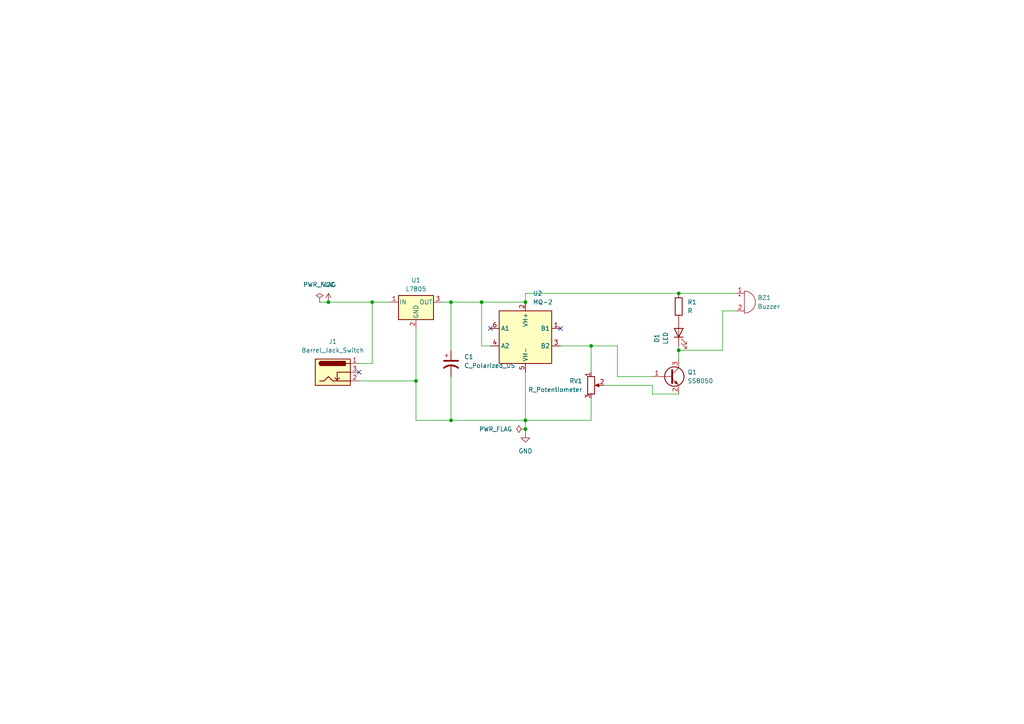
<source format=kicad_sch>
(kicad_sch (version 20250114) (generator "eeschema") (generator_version "9.0")
  (paper "A4")
  (lib_symbols
    (symbol "Connector:Barrel_Jack_Switch" (pin_names (hide yes))
      (property "Reference" "J" (at 0 5.334 0))
      (property "Value" "Barrel_Jack_Switch" (at 0 -5.08 0))
      (symbol "Barrel_Jack_Switch_0_1"
        (rectangle (start -5.08 3.81) (end 5.08 -3.81) (stroke (width 0.254)) (fill (type background)))
        (polyline (pts (xy -3.81 -2.54) (xy -2.54 -2.54) (xy -1.27 -1.27) (xy 0 -2.54) (xy 2.54 -2.54) (xy 5.08 -2.54)) (stroke (width 0.254)))
        (arc (start -3.302 1.905) (mid -3.9343 2.54) (end -3.302 3.175) (stroke (width 0.254)))
        (arc (start -3.302 1.905) (mid -3.9343 2.54) (end -3.302 3.175) (stroke (width 0.254)) (fill (type outline)))
        (polyline (pts (xy 1.27 -2.286) (xy 1.905 -1.651)) (stroke (width 0.254)))
        (rectangle (start 3.683 3.175) (end -3.302 1.905) (stroke (width 0.254)) (fill (type outline)))
        (polyline (pts (xy 5.08 2.54) (xy 3.81 2.54)) (stroke (width 0.254)))
        (polyline (pts (xy 5.08 0) (xy 1.27 0) (xy 1.27 -2.286) (xy 0.635 -1.651)) (stroke (width 0.254)))
      )
      (symbol "Barrel_Jack_Switch_1_1"
        (pin passive line (at 7.62 2.54 180) (length 2.54) (name "~") (number "1"))
        (pin passive line (at 7.62 0 180) (length 2.54) (name "~") (number "3"))
        (pin passive line (at 7.62 -2.54 180) (length 2.54) (name "~") (number "2"))
      )
    )
    (symbol "Device:Buzzer" (pin_names (offset 0.0254) (hide yes))
      (property "Reference" "BZ" (at 3.81 1.27 0))
      (property "Value" "Buzzer" (at 3.81 -1.27 0))
      (symbol "Buzzer_0_1"
        (polyline (pts (xy -1.651 1.905) (xy -1.143 1.905)))
        (polyline (pts (xy -1.397 2.159) (xy -1.397 1.651)))
        (arc (start 0 3.175) (mid 3.1612 0) (end 0 -3.175))
        (polyline (pts (xy 0 3.175) (xy 0 -3.175)))
      )
      (symbol "Buzzer_1_1"
        (pin passive line (at -2.54 2.54 0) (length 2.54) (name "+") (number "1"))
        (pin passive line (at -2.54 -2.54 0) (length 2.54) (name "-") (number "2"))
      )
    )
    (symbol "Device:C_Polarized_US" (pin_numbers (hide yes)) (pin_names (offset 0.254) (hide yes))
      (property "Reference" "C" (at 0.635 2.54 0))
      (property "Value" "C_Polarized_US" (at 0.635 -2.54 0))
      (symbol "C_Polarized_US_0_1"
        (polyline (pts (xy -2.032 0.762) (xy 2.032 0.762)) (stroke (width 0.508)))
        (polyline (pts (xy -1.778 2.286) (xy -0.762 2.286)))
        (polyline (pts (xy -1.27 1.778) (xy -1.27 2.794)))
        (arc (start -2.032 -1.27) (mid 0 -0.5572) (end 2.032 -1.27) (stroke (width 0.508)))
      )
      (symbol "C_Polarized_US_1_1"
        (pin passive line (at 0 3.81 270) (length 2.794) (name "~") (number "1"))
        (pin passive line (at 0 -3.81 90) (length 3.302) (name "~") (number "2"))
      )
    )
    (symbol "Device:LED" (pin_numbers (hide yes)) (pin_names (offset 1.016) (hide yes))
      (property "Reference" "D" (at 0 2.54 0))
      (property "Value" "LED" (at 0 -2.54 0))
      (symbol "LED_0_1"
        (polyline (pts (xy -3.048 -0.762) (xy -4.572 -2.286) (xy -3.81 -2.286) (xy -4.572 -2.286) (xy -4.572 -1.524)))
        (polyline (pts (xy -1.778 -0.762) (xy -3.302 -2.286) (xy -2.54 -2.286) (xy -3.302 -2.286) (xy -3.302 -1.524)))
        (polyline (pts (xy -1.27 0) (xy 1.27 0)))
        (polyline (pts (xy -1.27 -1.27) (xy -1.27 1.27)) (stroke (width 0.254)))
        (polyline (pts (xy 1.27 -1.27) (xy 1.27 1.27) (xy -1.27 0) (xy 1.27 -1.27)) (stroke (width 0.254)))
      )
      (symbol "LED_1_1"
        (pin passive line (at -3.81 0 0) (length 2.54) (name "K") (number "1"))
        (pin passive line (at 3.81 0 180) (length 2.54) (name "A") (number "2"))
      )
    )
    (symbol "Device:R" (pin_numbers (hide yes)) (pin_names (offset 0))
      (property "Reference" "R" (at 2.032 0 90))
      (property "Value" "R" (at 0 0 90))
      (symbol "R_0_1"
        (rectangle (start -1.016 -2.54) (end 1.016 2.54) (stroke (width 0.254)))
      )
      (symbol "R_1_1"
        (pin passive line (at 0 3.81 270) (length 1.27) (name "~") (number "1"))
        (pin passive line (at 0 -3.81 90) (length 1.27) (name "~") (number "2"))
      )
    )
    (symbol "Device:R_Potentiometer" (pin_names (offset 1.016) (hide yes))
      (property "Reference" "RV" (at -4.445 0 90))
      (property "Value" "R_Potentiometer" (at -2.54 0 90))
      (symbol "R_Potentiometer_0_1"
        (rectangle (start 1.016 2.54) (end -1.016 -2.54) (stroke (width 0.254)))
        (polyline (pts (xy 1.143 0) (xy 2.286 0.508) (xy 2.286 -0.508) (xy 1.143 0)) (fill (type outline)))
        (polyline (pts (xy 2.54 0) (xy 1.524 0)))
      )
      (symbol "R_Potentiometer_1_1"
        (pin passive line (at 0 3.81 270) (length 1.27) (name "1") (number "1"))
        (pin passive line (at 0 -3.81 90) (length 1.27) (name "3") (number "3"))
        (pin passive line (at 3.81 0 180) (length 1.27) (name "2") (number "2"))
      )
    )
    (symbol "Regulator_Linear:L7805" (pin_names (offset 0.254))
      (property "Reference" "U" (at -3.81 3.175 0))
      (property "Value" "L7805" (at 0 3.175 0))
      (symbol "L7805_0_1"
        (rectangle (start -5.08 1.905) (end 5.08 -5.08) (stroke (width 0.254)) (fill (type background)))
      )
      (symbol "L7805_1_1"
        (pin power_in line (at -7.62 0 0) (length 2.54) (name "IN") (number "1"))
        (pin power_in line (at 0 -7.62 90) (length 2.54) (name "GND") (number "2"))
        (pin power_out line (at 7.62 0 180) (length 2.54) (name "OUT") (number "3"))
      )
    )
    (symbol "Sensor_Gas:MQ-6"
      (property "Reference" "U" (at -6.35 8.89 0))
      (property "Value" "MQ-6" (at 3.81 8.89 0))
      (symbol "MQ-6_0_1"
        (rectangle (start -7.62 7.62) (end 7.62 -7.62) (stroke (width 0.254)) (fill (type background)))
      )
      (symbol "MQ-6_1_1"
        (pin passive line (at -10.16 2.54 0) (length 2.54) (name "A1") (number "6"))
        (pin passive line (at -10.16 -2.54 0) (length 2.54) (name "A2") (number "4"))
        (pin power_in line (at 0 10.16 270) (length 2.54) (name "VH+") (number "2"))
        (pin power_in line (at 0 -10.16 90) (length 2.54) (name "VH-") (number "5"))
        (pin passive line (at 10.16 2.54 180) (length 2.54) (name "B1") (number "1"))
        (pin passive line (at 10.16 -2.54 180) (length 2.54) (name "B2") (number "3"))
      )
    )
    (symbol "Transistor_BJT:SS8050" (pin_names (offset 0) (hide yes))
      (property "Reference" "Q" (at 5.08 1.905 0))
      (property "Value" "SS8050" (at 5.08 0 0))
      (symbol "SS8050_0_1"
        (polyline (pts (xy -2.54 0) (xy 0.635 0)))
        (polyline (pts (xy 0.635 1.905) (xy 0.635 -1.905)) (stroke (width 0.508)))
        (circle (center 1.27 0) (radius 2.8194) (stroke (width 0.254)))
      )
      (symbol "SS8050_1_1"
        (polyline (pts (xy 0.635 0.635) (xy 2.54 2.54)))
        (polyline (pts (xy 0.635 -0.635) (xy 2.54 -2.54)))
        (polyline (pts (xy 1.27 -1.778) (xy 1.778 -1.27) (xy 2.286 -2.286) (xy 1.27 -1.778)) (fill (type outline)))
        (pin input line (at -5.08 0 0) (length 2.54) (name "B") (number "1"))
        (pin passive line (at 2.54 5.08 270) (length 2.54) (name "C") (number "3"))
        (pin passive line (at 2.54 -5.08 90) (length 2.54) (name "E") (number "2"))
      )
    )
    (symbol "power:GND" (power) (pin_numbers (hide yes)) (pin_names (offset 0) (hide yes))
      (property "Value" "GND" (at 0 -3.81 0))
      (symbol "GND_0_1"
        (polyline (pts (xy 0 0) (xy 0 -1.27) (xy 1.27 -1.27) (xy 0 -2.54) (xy -1.27 -1.27) (xy 0 -1.27)))
      )
      (symbol "GND_1_1"
        (pin power_in line (at 0 0 270) (length 0) (name "~") (number "1"))
      )
    )
    (symbol "power:PWR_FLAG" (power) (pin_numbers (hide yes)) (pin_names (offset 0) (hide yes))
      (property "Value" "PWR_FLAG" (at 0 3.81 0))
      (symbol "PWR_FLAG_0_0"
        (pin power_out line (at 0 0 90) (length 0) (name "~") (number "1"))
      )
      (symbol "PWR_FLAG_0_1"
        (polyline (pts (xy 0 0) (xy 0 1.27) (xy -1.016 1.905) (xy 0 2.54) (xy 1.016 1.905) (xy 0 1.27)))
      )
    )
    (symbol "power:VCC" (power) (pin_numbers (hide yes)) (pin_names (offset 0) (hide yes))
      (property "Value" "VCC" (at 0 3.556 0))
      (symbol "VCC_0_1"
        (polyline (pts (xy -0.762 1.27) (xy 0 2.54)))
        (polyline (pts (xy 0 2.54) (xy 0.762 1.27)))
        (polyline (pts (xy 0 0) (xy 0 2.54)))
      )
      (symbol "VCC_1_1"
        (pin power_in line (at 0 0 90) (length 0) (name "~") (number "1"))
      )
    )
  )
  (junction (at 152.4 87.63))
  (junction (at 120.65 110.49))
  (junction (at 171.45 100.33))
  (junction (at 152.4 121.92))
  (junction (at 107.95 87.63))
  (junction (at 196.85 101.6))
  (junction (at 130.81 121.92))
  (junction (at 130.81 87.63))
  (junction (at 196.85 85.09))
  (junction (at 139.7 87.63))
  (junction (at 152.4 124.46))
  (junction (at 95.25 87.63))
  (no_connect (at 142.24 95.25))
  (no_connect (at 104.14 107.95))
  (no_connect (at 162.56 95.25))
  (wire (pts (xy 130.81 109.22) (xy 130.81 121.92)))
  (wire (pts (xy 171.45 121.92) (xy 171.45 115.57)))
  (wire (pts (xy 179.07 100.33) (xy 171.45 100.33)))
  (wire (pts (xy 104.14 110.49) (xy 120.65 110.49)))
  (wire (pts (xy 130.81 121.92) (xy 152.4 121.92)))
  (wire (pts (xy 189.23 109.22) (xy 179.07 109.22)))
  (wire (pts (xy 209.55 90.17) (xy 209.55 101.6)))
  (wire (pts (xy 152.4 124.46) (xy 152.4 121.92)))
  (wire (pts (xy 107.95 105.41) (xy 107.95 87.63)))
  (wire (pts (xy 152.4 121.92) (xy 171.45 121.92)))
  (wire (pts (xy 142.24 100.33) (xy 139.7 100.33)))
  (wire (pts (xy 196.85 100.33) (xy 196.85 101.6)))
  (wire (pts (xy 139.7 87.63) (xy 152.4 87.63)))
  (wire (pts (xy 130.81 87.63) (xy 139.7 87.63)))
  (wire (pts (xy 128.27 87.63) (xy 130.81 87.63)))
  (wire (pts (xy 179.07 109.22) (xy 179.07 100.33)))
  (wire (pts (xy 175.26 111.76) (xy 189.23 111.76)))
  (wire (pts (xy 120.65 110.49) (xy 120.65 121.92)))
  (wire (pts (xy 209.55 101.6) (xy 196.85 101.6)))
  (wire (pts (xy 213.36 90.17) (xy 209.55 90.17)))
  (wire (pts (xy 92.71 87.63) (xy 95.25 87.63)))
  (wire (pts (xy 152.4 85.09) (xy 152.4 87.63)))
  (wire (pts (xy 152.4 107.95) (xy 152.4 121.92)))
  (wire (pts (xy 196.85 85.09) (xy 152.4 85.09)))
  (wire (pts (xy 120.65 95.25) (xy 120.65 110.49)))
  (wire (pts (xy 120.65 121.92) (xy 130.81 121.92)))
  (wire (pts (xy 189.23 111.76) (xy 189.23 114.3)))
  (wire (pts (xy 171.45 107.95) (xy 171.45 100.33)))
  (wire (pts (xy 196.85 85.09) (xy 213.36 85.09)))
  (wire (pts (xy 189.23 114.3) (xy 196.85 114.3)))
  (wire (pts (xy 104.14 105.41) (xy 107.95 105.41)))
  (wire (pts (xy 95.25 87.63) (xy 107.95 87.63)))
  (wire (pts (xy 107.95 87.63) (xy 113.03 87.63)))
  (wire (pts (xy 130.81 87.63) (xy 130.81 101.6)))
  (wire (pts (xy 152.4 125.73) (xy 152.4 124.46)))
  (wire (pts (xy 196.85 101.6) (xy 196.85 104.14)))
  (wire (pts (xy 171.45 100.33) (xy 162.56 100.33)))
  (wire (pts (xy 139.7 87.63) (xy 139.7 100.33)))
  (symbol (lib_id "Transistor_BJT:SS8050") (at 194.31 109.22 0) (unit 1)
    (property "Reference" "Q1" (at 199.39 107.9499 0) (effects (justify left)))
    (property "Value" "SS8050" (at 199.39 110.4899 0) (effects (justify left)))
    (property "Footprint" "Package_TO_SOT_SMD:SOT-23" (effects (hide yes)))
    (property "Datasheet" "http://www.secosgmbh.com/datasheet/products/SSMPTransistor/SOT-23/SS8050.pdf" (effects (hide yes)))
    (property "Description" "General Purpose NPN Transistor, 1.5A Ic, 25V Vce, SOT-23" (effects (hide yes)))
  )
  (symbol (lib_id "Connector:Barrel_Jack_Switch") (at 96.52 107.95 0) (unit 1)
    (property "Reference" "J1" (at 96.52 99.06 0))
    (property "Value" "Barrel_Jack_Switch" (at 96.52 101.6 0))
    (property "Footprint" "Connector_BarrelJack:BarrelJack_CLIFF_FC681465S_SMT_Horizontal" (effects (hide yes)))
    (property "Description" "DC Barrel Jack with an internal switch" (effects (hide yes)))
  )
  (symbol (lib_id "Device:R_Potentiometer") (at 171.45 111.76 0) (unit 1)
    (property "Reference" "RV1" (at 168.91 110.4899 0) (effects (justify right)))
    (property "Value" "R_Potentiometer" (at 168.91 113.0299 0) (effects (justify right)))
    (property "Footprint" "Potentiometer_THT:Potentiometer_ACP_CA6-H2,5_Horizontal" (effects (hide yes)))
    (property "Description" "Potentiometer" (effects (hide yes)))
  )
  (symbol (lib_id "power:PWR_FLAG") (at 92.71 87.63 0) (unit 1)
    (property "Reference" "#FLG01" (effects (hide yes)))
    (property "Value" "PWR_FLAG" (at 92.71 82.55 0))
    (property "Description" "Special symbol for telling ERC where power comes from" (effects (hide yes)))
  )
  (symbol (lib_id "Device:R") (at 196.85 88.9 0) (unit 1)
    (property "Reference" "R1" (at 199.39 87.6299 0) (effects (justify left)))
    (property "Value" "R" (at 199.39 90.1699 0) (effects (justify left)))
    (property "Footprint" "Resistor_SMD:R_0612_1632Metric_Pad1.18x3.40mm_HandSolder" (effects (hide yes)))
    (property "Description" "Resistor" (effects (hide yes)))
  )
  (symbol (lib_id "Device:Buzzer") (at 215.9 87.63 0) (unit 1)
    (property "Reference" "BZ1" (at 219.71 86.3599 0) (effects (justify left)))
    (property "Value" "Buzzer" (at 219.71 88.8999 0) (effects (justify left)))
    (property "Footprint" "Buzzer_Beeper:Buzzer_12x9.5RM7.6" (effects (hide yes)))
    (property "Description" "Buzzer, polarized" (effects (hide yes)))
  )
  (symbol (lib_id "power:PWR_FLAG") (at 152.4 124.46 90) (unit 1)
    (property "Reference" "#FLG02" (effects (hide yes)))
    (property "Value" "PWR_FLAG" (at 148.59 124.4599 90) (effects (justify left)))
    (property "Description" "Special symbol for telling ERC where power comes from" (effects (hide yes)))
  )
  (symbol (lib_id "Device:C_Polarized_US") (at 130.81 105.41 0) (unit 1)
    (property "Reference" "C1" (at 134.62 103.5049 0) (effects (justify left)))
    (property "Value" "C_Polarized_US" (at 134.62 106.0449 0) (effects (justify left)))
    (property "Footprint" "Capacitor_THT:CP_Axial_L10.0mm_D4.5mm_P15.00mm_Horizontal" (effects (hide yes)))
    (property "Description" "Polarized capacitor, US symbol" (effects (hide yes)))
  )
  (symbol (lib_id "power:VCC") (at 95.25 87.63 0) (unit 1)
    (property "Reference" "#PWR02" (effects (hide yes)))
    (property "Value" "VCC" (at 95.25 82.55 0))
    (property "Description" "Power symbol creates a global label with name \"VCC\"" (effects (hide yes)))
  )
  (symbol (lib_id "power:GND") (at 152.4 125.73 0) (unit 1)
    (property "Reference" "#PWR01" (effects (hide yes)))
    (property "Value" "GND" (at 152.4 130.81 0))
    (property "Description" "Power symbol creates a global label with name \"GND\" , ground" (effects (hide yes)))
  )
  (symbol (lib_id "Device:LED") (at 196.85 96.52 90) (unit 1)
    (property "Reference" "D1" (at 190.5 98.1075 0))
    (property "Value" "LED" (at 193.04 98.1075 0))
    (property "Footprint" "LED_SMD:LED_0805_2012Metric_Pad1.15x1.40mm_HandSolder" (effects (hide yes)))
    (property "Description" "Light emitting diode" (effects (hide yes)))
    (property "Sim.Pins" "1=K 2=A" (effects (hide yes)))
  )
  (symbol (lib_id "Regulator_Linear:L7805") (at 120.65 87.63 0) (unit 1)
    (property "Reference" "U1" (at 120.65 81.28 0))
    (property "Value" "L7805" (at 120.65 83.82 0))
    (property "Footprint" "Package_TO_SOT_SMD:TO-252-2" (effects (hide yes)))
    (property "Datasheet" "http://www.st.com/content/ccc/resource/technical/document/datasheet/41/4f/b3/b0/12/d4/47/88/CD00000444.pdf/files/CD00000444.pdf/jcr:content/translations/en.CD00000444.pdf" (effects (hide yes)))
    (property "Description" "Positive 1.5A 35V Linear Regulator, Fixed Output 5V, TO-220/TO-263/TO-252" (effects (hide yes)))
  )
  (symbol (lib_id "Sensor_Gas:MQ-6") (at 152.4 97.79 0) (unit 1)
    (property "Reference" "U2" (at 154.5433 85.09 0) (effects (justify left)))
    (property "Value" "MQ-2" (at 154.5433 87.63 0) (effects (justify left)))
    (property "Footprint" "Sensor:MQ-6" (effects (hide yes)))
    (property "Datasheet" "https://www.winsen-sensor.com/d/files/semiconductor/mq-6.pdf" (effects (hide yes)))
    (property "Description" "Semiconductor Sensor for Flammable Gas" (effects (hide yes)))
  )
)
</source>
